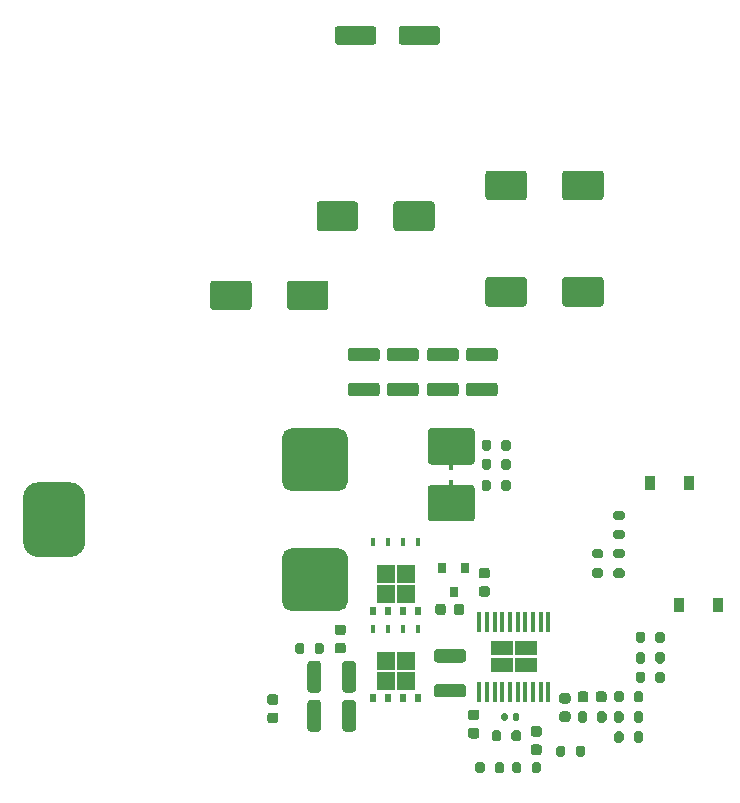
<source format=gbr>
%TF.GenerationSoftware,KiCad,Pcbnew,(5.1.7)-1*%
%TF.CreationDate,2021-06-07T20:06:36+03:00*%
%TF.ProjectId,SynchronousBuck,53796e63-6872-46f6-9e6f-75734275636b,rev?*%
%TF.SameCoordinates,Original*%
%TF.FileFunction,Paste,Top*%
%TF.FilePolarity,Positive*%
%FSLAX46Y46*%
G04 Gerber Fmt 4.6, Leading zero omitted, Abs format (unit mm)*
G04 Created by KiCad (PCBNEW (5.1.7)-1) date 2021-06-07 20:06:36*
%MOMM*%
%LPD*%
G01*
G04 APERTURE LIST*
%ADD10R,0.900000X1.200000*%
%ADD11R,1.875000X1.275000*%
%ADD12R,0.420000X1.780000*%
%ADD13R,0.500000X0.750000*%
%ADD14R,1.500000X1.500000*%
%ADD15R,0.400000X0.750000*%
%ADD16R,0.800000X0.900000*%
G04 APERTURE END LIST*
%TO.C,R120*%
G36*
G01*
X118475000Y-103575000D02*
X117925000Y-103575000D01*
G75*
G02*
X117725000Y-103375000I0J200000D01*
G01*
X117725000Y-102975000D01*
G75*
G02*
X117925000Y-102775000I200000J0D01*
G01*
X118475000Y-102775000D01*
G75*
G02*
X118675000Y-102975000I0J-200000D01*
G01*
X118675000Y-103375000D01*
G75*
G02*
X118475000Y-103575000I-200000J0D01*
G01*
G37*
G36*
G01*
X118475000Y-105225000D02*
X117925000Y-105225000D01*
G75*
G02*
X117725000Y-105025000I0J200000D01*
G01*
X117725000Y-104625000D01*
G75*
G02*
X117925000Y-104425000I200000J0D01*
G01*
X118475000Y-104425000D01*
G75*
G02*
X118675000Y-104625000I0J-200000D01*
G01*
X118675000Y-105025000D01*
G75*
G02*
X118475000Y-105225000I-200000J0D01*
G01*
G37*
%TD*%
D10*
%TO.C,D103*%
X125950000Y-97200000D03*
X122650000Y-97200000D03*
%TD*%
%TO.C,D102*%
X128350000Y-107500000D03*
X125050000Y-107500000D03*
%TD*%
%TO.C,C114*%
G36*
G01*
X97900000Y-73600000D02*
X97900000Y-75600000D01*
G75*
G02*
X97650000Y-75850000I-250000J0D01*
G01*
X94650000Y-75850000D01*
G75*
G02*
X94400000Y-75600000I0J250000D01*
G01*
X94400000Y-73600000D01*
G75*
G02*
X94650000Y-73350000I250000J0D01*
G01*
X97650000Y-73350000D01*
G75*
G02*
X97900000Y-73600000I0J-250000D01*
G01*
G37*
G36*
G01*
X104400000Y-73600000D02*
X104400000Y-75600000D01*
G75*
G02*
X104150000Y-75850000I-250000J0D01*
G01*
X101150000Y-75850000D01*
G75*
G02*
X100900000Y-75600000I0J250000D01*
G01*
X100900000Y-73600000D01*
G75*
G02*
X101150000Y-73350000I250000J0D01*
G01*
X104150000Y-73350000D01*
G75*
G02*
X104400000Y-73600000I0J-250000D01*
G01*
G37*
%TD*%
%TO.C,C113*%
G36*
G01*
X115200000Y-82000000D02*
X115200000Y-80000000D01*
G75*
G02*
X115450000Y-79750000I250000J0D01*
G01*
X118450000Y-79750000D01*
G75*
G02*
X118700000Y-80000000I0J-250000D01*
G01*
X118700000Y-82000000D01*
G75*
G02*
X118450000Y-82250000I-250000J0D01*
G01*
X115450000Y-82250000D01*
G75*
G02*
X115200000Y-82000000I0J250000D01*
G01*
G37*
G36*
G01*
X108700000Y-82000000D02*
X108700000Y-80000000D01*
G75*
G02*
X108950000Y-79750000I250000J0D01*
G01*
X111950000Y-79750000D01*
G75*
G02*
X112200000Y-80000000I0J-250000D01*
G01*
X112200000Y-82000000D01*
G75*
G02*
X111950000Y-82250000I-250000J0D01*
G01*
X108950000Y-82250000D01*
G75*
G02*
X108700000Y-82000000I0J250000D01*
G01*
G37*
%TD*%
%TO.C,C118*%
G36*
G01*
X88900000Y-80300000D02*
X88900000Y-82300000D01*
G75*
G02*
X88650000Y-82550000I-250000J0D01*
G01*
X85650000Y-82550000D01*
G75*
G02*
X85400000Y-82300000I0J250000D01*
G01*
X85400000Y-80300000D01*
G75*
G02*
X85650000Y-80050000I250000J0D01*
G01*
X88650000Y-80050000D01*
G75*
G02*
X88900000Y-80300000I0J-250000D01*
G01*
G37*
G36*
G01*
X95400000Y-80300000D02*
X95400000Y-82300000D01*
G75*
G02*
X95150000Y-82550000I-250000J0D01*
G01*
X92150000Y-82550000D01*
G75*
G02*
X91900000Y-82300000I0J250000D01*
G01*
X91900000Y-80300000D01*
G75*
G02*
X92150000Y-80050000I250000J0D01*
G01*
X95150000Y-80050000D01*
G75*
G02*
X95400000Y-80300000I0J-250000D01*
G01*
G37*
%TD*%
%TO.C,C112*%
G36*
G01*
X115200000Y-73000000D02*
X115200000Y-71000000D01*
G75*
G02*
X115450000Y-70750000I250000J0D01*
G01*
X118450000Y-70750000D01*
G75*
G02*
X118700000Y-71000000I0J-250000D01*
G01*
X118700000Y-73000000D01*
G75*
G02*
X118450000Y-73250000I-250000J0D01*
G01*
X115450000Y-73250000D01*
G75*
G02*
X115200000Y-73000000I0J250000D01*
G01*
G37*
G36*
G01*
X108700000Y-73000000D02*
X108700000Y-71000000D01*
G75*
G02*
X108950000Y-70750000I250000J0D01*
G01*
X111950000Y-70750000D01*
G75*
G02*
X112200000Y-71000000I0J-250000D01*
G01*
X112200000Y-73000000D01*
G75*
G02*
X111950000Y-73250000I-250000J0D01*
G01*
X108950000Y-73250000D01*
G75*
G02*
X108700000Y-73000000I0J250000D01*
G01*
G37*
%TD*%
%TO.C,C110*%
G36*
G01*
X99450000Y-58750000D02*
X99450000Y-59850000D01*
G75*
G02*
X99200000Y-60100000I-250000J0D01*
G01*
X96200000Y-60100000D01*
G75*
G02*
X95950000Y-59850000I0J250000D01*
G01*
X95950000Y-58750000D01*
G75*
G02*
X96200000Y-58500000I250000J0D01*
G01*
X99200000Y-58500000D01*
G75*
G02*
X99450000Y-58750000I0J-250000D01*
G01*
G37*
G36*
G01*
X104850000Y-58750000D02*
X104850000Y-59850000D01*
G75*
G02*
X104600000Y-60100000I-250000J0D01*
G01*
X101600000Y-60100000D01*
G75*
G02*
X101350000Y-59850000I0J250000D01*
G01*
X101350000Y-58750000D01*
G75*
G02*
X101600000Y-58500000I250000J0D01*
G01*
X104600000Y-58500000D01*
G75*
G02*
X104850000Y-58750000I0J-250000D01*
G01*
G37*
%TD*%
%TO.C,R123*%
G36*
G01*
X120275000Y-103575000D02*
X119725000Y-103575000D01*
G75*
G02*
X119525000Y-103375000I0J200000D01*
G01*
X119525000Y-102975000D01*
G75*
G02*
X119725000Y-102775000I200000J0D01*
G01*
X120275000Y-102775000D01*
G75*
G02*
X120475000Y-102975000I0J-200000D01*
G01*
X120475000Y-103375000D01*
G75*
G02*
X120275000Y-103575000I-200000J0D01*
G01*
G37*
G36*
G01*
X120275000Y-105225000D02*
X119725000Y-105225000D01*
G75*
G02*
X119525000Y-105025000I0J200000D01*
G01*
X119525000Y-104625000D01*
G75*
G02*
X119725000Y-104425000I200000J0D01*
G01*
X120275000Y-104425000D01*
G75*
G02*
X120475000Y-104625000I0J-200000D01*
G01*
X120475000Y-105025000D01*
G75*
G02*
X120275000Y-105225000I-200000J0D01*
G01*
G37*
%TD*%
%TO.C,C121*%
G36*
G01*
X106800450Y-112400000D02*
X104599550Y-112400000D01*
G75*
G02*
X104350000Y-112150450I0J249550D01*
G01*
X104350000Y-111499550D01*
G75*
G02*
X104599550Y-111250000I249550J0D01*
G01*
X106800450Y-111250000D01*
G75*
G02*
X107050000Y-111499550I0J-249550D01*
G01*
X107050000Y-112150450D01*
G75*
G02*
X106800450Y-112400000I-249550J0D01*
G01*
G37*
G36*
G01*
X106800001Y-115350000D02*
X104599999Y-115350000D01*
G75*
G02*
X104350000Y-115100001I0J249999D01*
G01*
X104350000Y-114449999D01*
G75*
G02*
X104599999Y-114200000I249999J0D01*
G01*
X106800001Y-114200000D01*
G75*
G02*
X107050000Y-114449999I0J-249999D01*
G01*
X107050000Y-115100001D01*
G75*
G02*
X106800001Y-115350000I-249999J0D01*
G01*
G37*
%TD*%
%TO.C,C120*%
G36*
G01*
X94775000Y-115799550D02*
X94775000Y-118000450D01*
G75*
G02*
X94525450Y-118250000I-249550J0D01*
G01*
X93874550Y-118250000D01*
G75*
G02*
X93625000Y-118000450I0J249550D01*
G01*
X93625000Y-115799550D01*
G75*
G02*
X93874550Y-115550000I249550J0D01*
G01*
X94525450Y-115550000D01*
G75*
G02*
X94775000Y-115799550I0J-249550D01*
G01*
G37*
G36*
G01*
X97725000Y-115799999D02*
X97725000Y-118000001D01*
G75*
G02*
X97475001Y-118250000I-249999J0D01*
G01*
X96824999Y-118250000D01*
G75*
G02*
X96575000Y-118000001I0J249999D01*
G01*
X96575000Y-115799999D01*
G75*
G02*
X96824999Y-115550000I249999J0D01*
G01*
X97475001Y-115550000D01*
G75*
G02*
X97725000Y-115799999I0J-249999D01*
G01*
G37*
%TD*%
%TO.C,C119*%
G36*
G01*
X90950000Y-115975000D02*
X90450000Y-115975000D01*
G75*
G02*
X90225000Y-115750000I0J225000D01*
G01*
X90225000Y-115300000D01*
G75*
G02*
X90450000Y-115075000I225000J0D01*
G01*
X90950000Y-115075000D01*
G75*
G02*
X91175000Y-115300000I0J-225000D01*
G01*
X91175000Y-115750000D01*
G75*
G02*
X90950000Y-115975000I-225000J0D01*
G01*
G37*
G36*
G01*
X90950000Y-117525000D02*
X90450000Y-117525000D01*
G75*
G02*
X90225000Y-117300000I0J225000D01*
G01*
X90225000Y-116850000D01*
G75*
G02*
X90450000Y-116625000I225000J0D01*
G01*
X90950000Y-116625000D01*
G75*
G02*
X91175000Y-116850000I0J-225000D01*
G01*
X91175000Y-117300000D01*
G75*
G02*
X90950000Y-117525000I-225000J0D01*
G01*
G37*
%TD*%
%TO.C,C115*%
G36*
G01*
X103999550Y-88700000D02*
X106200450Y-88700000D01*
G75*
G02*
X106450000Y-88949550I0J-249550D01*
G01*
X106450000Y-89600450D01*
G75*
G02*
X106200450Y-89850000I-249550J0D01*
G01*
X103999550Y-89850000D01*
G75*
G02*
X103750000Y-89600450I0J249550D01*
G01*
X103750000Y-88949550D01*
G75*
G02*
X103999550Y-88700000I249550J0D01*
G01*
G37*
G36*
G01*
X103999550Y-85750000D02*
X106200450Y-85750000D01*
G75*
G02*
X106450000Y-85999550I0J-249550D01*
G01*
X106450000Y-86650450D01*
G75*
G02*
X106200450Y-86900000I-249550J0D01*
G01*
X103999550Y-86900000D01*
G75*
G02*
X103750000Y-86650450I0J249550D01*
G01*
X103750000Y-85999550D01*
G75*
G02*
X103999550Y-85750000I249550J0D01*
G01*
G37*
%TD*%
%TO.C,L101*%
G36*
G01*
X96260500Y-108040000D02*
X92259500Y-108040000D01*
G75*
G02*
X91460000Y-107240500I0J799500D01*
G01*
X91460000Y-103509500D01*
G75*
G02*
X92259500Y-102710000I799500J0D01*
G01*
X96260500Y-102710000D01*
G75*
G02*
X97060000Y-103509500I0J-799500D01*
G01*
X97060000Y-107240500D01*
G75*
G02*
X96260500Y-108040000I-799500J0D01*
G01*
G37*
G36*
G01*
X96255500Y-97890000D02*
X92264500Y-97890000D01*
G75*
G02*
X91465000Y-97090500I0J799500D01*
G01*
X91465000Y-93359500D01*
G75*
G02*
X92264500Y-92560000I799500J0D01*
G01*
X96255500Y-92560000D01*
G75*
G02*
X97055000Y-93359500I0J-799500D01*
G01*
X97055000Y-97090500D01*
G75*
G02*
X96255500Y-97890000I-799500J0D01*
G01*
G37*
G36*
G01*
X73500000Y-103475000D02*
X70860000Y-103475000D01*
G75*
G02*
X69540000Y-102155000I0J1320000D01*
G01*
X69540000Y-98445000D01*
G75*
G02*
X70860000Y-97125000I1320000J0D01*
G01*
X73500000Y-97125000D01*
G75*
G02*
X74820000Y-98445000I0J-1320000D01*
G01*
X74820000Y-102155000D01*
G75*
G02*
X73500000Y-103475000I-1320000J0D01*
G01*
G37*
%TD*%
D11*
%TO.C,U101*%
X112112500Y-111187500D03*
X110087500Y-111187500D03*
X112112500Y-112612500D03*
X110087500Y-112612500D03*
D12*
X108175000Y-108930000D03*
X108825000Y-108930000D03*
X109475000Y-108930000D03*
X110125000Y-108930000D03*
X110775000Y-108930000D03*
X111425000Y-108930000D03*
X112075000Y-108930000D03*
X112725000Y-108930000D03*
X113375000Y-108930000D03*
X114025000Y-108930000D03*
X114025000Y-114870000D03*
X113375000Y-114870000D03*
X112725000Y-114870000D03*
X112075000Y-114870000D03*
X111425000Y-114870000D03*
X110775000Y-114870000D03*
X110125000Y-114870000D03*
X109475000Y-114870000D03*
X108825000Y-114870000D03*
X108175000Y-114870000D03*
%TD*%
%TO.C,C117*%
G36*
G01*
X107299550Y-88700000D02*
X109500450Y-88700000D01*
G75*
G02*
X109750000Y-88949550I0J-249550D01*
G01*
X109750000Y-89600450D01*
G75*
G02*
X109500450Y-89850000I-249550J0D01*
G01*
X107299550Y-89850000D01*
G75*
G02*
X107050000Y-89600450I0J249550D01*
G01*
X107050000Y-88949550D01*
G75*
G02*
X107299550Y-88700000I249550J0D01*
G01*
G37*
G36*
G01*
X107299999Y-85750000D02*
X109500001Y-85750000D01*
G75*
G02*
X109750000Y-85999999I0J-249999D01*
G01*
X109750000Y-86650001D01*
G75*
G02*
X109500001Y-86900000I-249999J0D01*
G01*
X107299999Y-86900000D01*
G75*
G02*
X107050000Y-86650001I0J249999D01*
G01*
X107050000Y-85999999D01*
G75*
G02*
X107299999Y-85750000I249999J0D01*
G01*
G37*
%TD*%
%TO.C,C116*%
G36*
G01*
X97299550Y-88700000D02*
X99500450Y-88700000D01*
G75*
G02*
X99750000Y-88949550I0J-249550D01*
G01*
X99750000Y-89600450D01*
G75*
G02*
X99500450Y-89850000I-249550J0D01*
G01*
X97299550Y-89850000D01*
G75*
G02*
X97050000Y-89600450I0J249550D01*
G01*
X97050000Y-88949550D01*
G75*
G02*
X97299550Y-88700000I249550J0D01*
G01*
G37*
G36*
G01*
X97299999Y-85750000D02*
X99500001Y-85750000D01*
G75*
G02*
X99750000Y-85999999I0J-249999D01*
G01*
X99750000Y-86650001D01*
G75*
G02*
X99500001Y-86900000I-249999J0D01*
G01*
X97299999Y-86900000D01*
G75*
G02*
X97050000Y-86650001I0J249999D01*
G01*
X97050000Y-85999999D01*
G75*
G02*
X97299999Y-85750000I249999J0D01*
G01*
G37*
%TD*%
%TO.C,R121*%
G36*
G01*
X120275000Y-100325000D02*
X119725000Y-100325000D01*
G75*
G02*
X119525000Y-100125000I0J200000D01*
G01*
X119525000Y-99725000D01*
G75*
G02*
X119725000Y-99525000I200000J0D01*
G01*
X120275000Y-99525000D01*
G75*
G02*
X120475000Y-99725000I0J-200000D01*
G01*
X120475000Y-100125000D01*
G75*
G02*
X120275000Y-100325000I-200000J0D01*
G01*
G37*
G36*
G01*
X120275000Y-101975000D02*
X119725000Y-101975000D01*
G75*
G02*
X119525000Y-101775000I0J200000D01*
G01*
X119525000Y-101375000D01*
G75*
G02*
X119725000Y-101175000I200000J0D01*
G01*
X120275000Y-101175000D01*
G75*
G02*
X120475000Y-101375000I0J-200000D01*
G01*
X120475000Y-101775000D01*
G75*
G02*
X120275000Y-101975000I-200000J0D01*
G01*
G37*
%TD*%
%TO.C,R119*%
G36*
G01*
X122225000Y-111725000D02*
X122225000Y-112275000D01*
G75*
G02*
X122025000Y-112475000I-200000J0D01*
G01*
X121625000Y-112475000D01*
G75*
G02*
X121425000Y-112275000I0J200000D01*
G01*
X121425000Y-111725000D01*
G75*
G02*
X121625000Y-111525000I200000J0D01*
G01*
X122025000Y-111525000D01*
G75*
G02*
X122225000Y-111725000I0J-200000D01*
G01*
G37*
G36*
G01*
X123875000Y-111725000D02*
X123875000Y-112275000D01*
G75*
G02*
X123675000Y-112475000I-200000J0D01*
G01*
X123275000Y-112475000D01*
G75*
G02*
X123075000Y-112275000I0J200000D01*
G01*
X123075000Y-111725000D01*
G75*
G02*
X123275000Y-111525000I200000J0D01*
G01*
X123675000Y-111525000D01*
G75*
G02*
X123875000Y-111725000I0J-200000D01*
G01*
G37*
%TD*%
%TO.C,R118*%
G36*
G01*
X123075000Y-110525000D02*
X123075000Y-109975000D01*
G75*
G02*
X123275000Y-109775000I200000J0D01*
G01*
X123675000Y-109775000D01*
G75*
G02*
X123875000Y-109975000I0J-200000D01*
G01*
X123875000Y-110525000D01*
G75*
G02*
X123675000Y-110725000I-200000J0D01*
G01*
X123275000Y-110725000D01*
G75*
G02*
X123075000Y-110525000I0J200000D01*
G01*
G37*
G36*
G01*
X121425000Y-110525000D02*
X121425000Y-109975000D01*
G75*
G02*
X121625000Y-109775000I200000J0D01*
G01*
X122025000Y-109775000D01*
G75*
G02*
X122225000Y-109975000I0J-200000D01*
G01*
X122225000Y-110525000D01*
G75*
G02*
X122025000Y-110725000I-200000J0D01*
G01*
X121625000Y-110725000D01*
G75*
G02*
X121425000Y-110525000I0J200000D01*
G01*
G37*
%TD*%
%TO.C,R117*%
G36*
G01*
X122225000Y-113375000D02*
X122225000Y-113925000D01*
G75*
G02*
X122025000Y-114125000I-200000J0D01*
G01*
X121625000Y-114125000D01*
G75*
G02*
X121425000Y-113925000I0J200000D01*
G01*
X121425000Y-113375000D01*
G75*
G02*
X121625000Y-113175000I200000J0D01*
G01*
X122025000Y-113175000D01*
G75*
G02*
X122225000Y-113375000I0J-200000D01*
G01*
G37*
G36*
G01*
X123875000Y-113375000D02*
X123875000Y-113925000D01*
G75*
G02*
X123675000Y-114125000I-200000J0D01*
G01*
X123275000Y-114125000D01*
G75*
G02*
X123075000Y-113925000I0J200000D01*
G01*
X123075000Y-113375000D01*
G75*
G02*
X123275000Y-113175000I200000J0D01*
G01*
X123675000Y-113175000D01*
G75*
G02*
X123875000Y-113375000I0J-200000D01*
G01*
G37*
%TD*%
%TO.C,R105*%
G36*
G01*
X107490000Y-100450000D02*
X104110000Y-100450000D01*
G75*
G02*
X103800000Y-100140000I0J310000D01*
G01*
X103800000Y-97660000D01*
G75*
G02*
X104110000Y-97350000I310000J0D01*
G01*
X107490000Y-97350000D01*
G75*
G02*
X107800000Y-97660000I0J-310000D01*
G01*
X107800000Y-100140000D01*
G75*
G02*
X107490000Y-100450000I-310000J0D01*
G01*
G37*
G36*
G01*
X107490000Y-95650000D02*
X104110000Y-95650000D01*
G75*
G02*
X103800000Y-95340000I0J310000D01*
G01*
X103800000Y-92860000D01*
G75*
G02*
X104110000Y-92550000I310000J0D01*
G01*
X107490000Y-92550000D01*
G75*
G02*
X107800000Y-92860000I0J-310000D01*
G01*
X107800000Y-95340000D01*
G75*
G02*
X107490000Y-95650000I-310000J0D01*
G01*
G37*
G36*
G01*
X105920000Y-96100000D02*
X105680000Y-96100000D01*
G75*
G02*
X105650000Y-96070000I0J30000D01*
G01*
X105650000Y-95530000D01*
G75*
G02*
X105680000Y-95500000I30000J0D01*
G01*
X105920000Y-95500000D01*
G75*
G02*
X105950000Y-95530000I0J-30000D01*
G01*
X105950000Y-96070000D01*
G75*
G02*
X105920000Y-96100000I-30000J0D01*
G01*
G37*
G36*
G01*
X105920000Y-97500000D02*
X105680000Y-97500000D01*
G75*
G02*
X105650000Y-97470000I0J30000D01*
G01*
X105650000Y-96930000D01*
G75*
G02*
X105680000Y-96900000I30000J0D01*
G01*
X105920000Y-96900000D01*
G75*
G02*
X105950000Y-96930000I0J-30000D01*
G01*
X105950000Y-97470000D01*
G75*
G02*
X105920000Y-97500000I-30000J0D01*
G01*
G37*
%TD*%
%TO.C,C102*%
G36*
G01*
X111000000Y-117170000D02*
X111000000Y-116830000D01*
G75*
G02*
X111140000Y-116690000I140000J0D01*
G01*
X111420000Y-116690000D01*
G75*
G02*
X111560000Y-116830000I0J-140000D01*
G01*
X111560000Y-117170000D01*
G75*
G02*
X111420000Y-117310000I-140000J0D01*
G01*
X111140000Y-117310000D01*
G75*
G02*
X111000000Y-117170000I0J140000D01*
G01*
G37*
G36*
G01*
X110040000Y-117170000D02*
X110040000Y-116830000D01*
G75*
G02*
X110180000Y-116690000I140000J0D01*
G01*
X110460000Y-116690000D01*
G75*
G02*
X110600000Y-116830000I0J-140000D01*
G01*
X110600000Y-117170000D01*
G75*
G02*
X110460000Y-117310000I-140000J0D01*
G01*
X110180000Y-117310000D01*
G75*
G02*
X110040000Y-117170000I0J140000D01*
G01*
G37*
%TD*%
%TO.C,C108*%
G36*
G01*
X96150000Y-110725000D02*
X96650000Y-110725000D01*
G75*
G02*
X96875000Y-110950000I0J-225000D01*
G01*
X96875000Y-111400000D01*
G75*
G02*
X96650000Y-111625000I-225000J0D01*
G01*
X96150000Y-111625000D01*
G75*
G02*
X95925000Y-111400000I0J225000D01*
G01*
X95925000Y-110950000D01*
G75*
G02*
X96150000Y-110725000I225000J0D01*
G01*
G37*
G36*
G01*
X96150000Y-109175000D02*
X96650000Y-109175000D01*
G75*
G02*
X96875000Y-109400000I0J-225000D01*
G01*
X96875000Y-109850000D01*
G75*
G02*
X96650000Y-110075000I-225000J0D01*
G01*
X96150000Y-110075000D01*
G75*
G02*
X95925000Y-109850000I0J225000D01*
G01*
X95925000Y-109400000D01*
G75*
G02*
X96150000Y-109175000I225000J0D01*
G01*
G37*
%TD*%
%TO.C,C107*%
G36*
G01*
X108850000Y-105275000D02*
X108350000Y-105275000D01*
G75*
G02*
X108125000Y-105050000I0J225000D01*
G01*
X108125000Y-104600000D01*
G75*
G02*
X108350000Y-104375000I225000J0D01*
G01*
X108850000Y-104375000D01*
G75*
G02*
X109075000Y-104600000I0J-225000D01*
G01*
X109075000Y-105050000D01*
G75*
G02*
X108850000Y-105275000I-225000J0D01*
G01*
G37*
G36*
G01*
X108850000Y-106825000D02*
X108350000Y-106825000D01*
G75*
G02*
X108125000Y-106600000I0J225000D01*
G01*
X108125000Y-106150000D01*
G75*
G02*
X108350000Y-105925000I225000J0D01*
G01*
X108850000Y-105925000D01*
G75*
G02*
X109075000Y-106150000I0J-225000D01*
G01*
X109075000Y-106600000D01*
G75*
G02*
X108850000Y-106825000I-225000J0D01*
G01*
G37*
%TD*%
%TO.C,C106*%
G36*
G01*
X117400000Y-115050000D02*
X117400000Y-115550000D01*
G75*
G02*
X117175000Y-115775000I-225000J0D01*
G01*
X116725000Y-115775000D01*
G75*
G02*
X116500000Y-115550000I0J225000D01*
G01*
X116500000Y-115050000D01*
G75*
G02*
X116725000Y-114825000I225000J0D01*
G01*
X117175000Y-114825000D01*
G75*
G02*
X117400000Y-115050000I0J-225000D01*
G01*
G37*
G36*
G01*
X118950000Y-115050000D02*
X118950000Y-115550000D01*
G75*
G02*
X118725000Y-115775000I-225000J0D01*
G01*
X118275000Y-115775000D01*
G75*
G02*
X118050000Y-115550000I0J225000D01*
G01*
X118050000Y-115050000D01*
G75*
G02*
X118275000Y-114825000I225000J0D01*
G01*
X118725000Y-114825000D01*
G75*
G02*
X118950000Y-115050000I0J-225000D01*
G01*
G37*
%TD*%
%TO.C,C105*%
G36*
G01*
X105350000Y-107650000D02*
X105350000Y-108150000D01*
G75*
G02*
X105125000Y-108375000I-225000J0D01*
G01*
X104675000Y-108375000D01*
G75*
G02*
X104450000Y-108150000I0J225000D01*
G01*
X104450000Y-107650000D01*
G75*
G02*
X104675000Y-107425000I225000J0D01*
G01*
X105125000Y-107425000D01*
G75*
G02*
X105350000Y-107650000I0J-225000D01*
G01*
G37*
G36*
G01*
X106900000Y-107650000D02*
X106900000Y-108150000D01*
G75*
G02*
X106675000Y-108375000I-225000J0D01*
G01*
X106225000Y-108375000D01*
G75*
G02*
X106000000Y-108150000I0J225000D01*
G01*
X106000000Y-107650000D01*
G75*
G02*
X106225000Y-107425000I225000J0D01*
G01*
X106675000Y-107425000D01*
G75*
G02*
X106900000Y-107650000I0J-225000D01*
G01*
G37*
%TD*%
%TO.C,C104*%
G36*
G01*
X115675000Y-115875000D02*
X115175000Y-115875000D01*
G75*
G02*
X114950000Y-115650000I0J225000D01*
G01*
X114950000Y-115200000D01*
G75*
G02*
X115175000Y-114975000I225000J0D01*
G01*
X115675000Y-114975000D01*
G75*
G02*
X115900000Y-115200000I0J-225000D01*
G01*
X115900000Y-115650000D01*
G75*
G02*
X115675000Y-115875000I-225000J0D01*
G01*
G37*
G36*
G01*
X115675000Y-117425000D02*
X115175000Y-117425000D01*
G75*
G02*
X114950000Y-117200000I0J225000D01*
G01*
X114950000Y-116750000D01*
G75*
G02*
X115175000Y-116525000I225000J0D01*
G01*
X115675000Y-116525000D01*
G75*
G02*
X115900000Y-116750000I0J-225000D01*
G01*
X115900000Y-117200000D01*
G75*
G02*
X115675000Y-117425000I-225000J0D01*
G01*
G37*
%TD*%
%TO.C,C103*%
G36*
G01*
X112750000Y-119325000D02*
X113250000Y-119325000D01*
G75*
G02*
X113475000Y-119550000I0J-225000D01*
G01*
X113475000Y-120000000D01*
G75*
G02*
X113250000Y-120225000I-225000J0D01*
G01*
X112750000Y-120225000D01*
G75*
G02*
X112525000Y-120000000I0J225000D01*
G01*
X112525000Y-119550000D01*
G75*
G02*
X112750000Y-119325000I225000J0D01*
G01*
G37*
G36*
G01*
X112750000Y-117775000D02*
X113250000Y-117775000D01*
G75*
G02*
X113475000Y-118000000I0J-225000D01*
G01*
X113475000Y-118450000D01*
G75*
G02*
X113250000Y-118675000I-225000J0D01*
G01*
X112750000Y-118675000D01*
G75*
G02*
X112525000Y-118450000I0J225000D01*
G01*
X112525000Y-118000000D01*
G75*
G02*
X112750000Y-117775000I225000J0D01*
G01*
G37*
%TD*%
%TO.C,R116*%
G36*
G01*
X120400000Y-116725000D02*
X120400000Y-117275000D01*
G75*
G02*
X120200000Y-117475000I-200000J0D01*
G01*
X119800000Y-117475000D01*
G75*
G02*
X119600000Y-117275000I0J200000D01*
G01*
X119600000Y-116725000D01*
G75*
G02*
X119800000Y-116525000I200000J0D01*
G01*
X120200000Y-116525000D01*
G75*
G02*
X120400000Y-116725000I0J-200000D01*
G01*
G37*
G36*
G01*
X122050000Y-116725000D02*
X122050000Y-117275000D01*
G75*
G02*
X121850000Y-117475000I-200000J0D01*
G01*
X121450000Y-117475000D01*
G75*
G02*
X121250000Y-117275000I0J200000D01*
G01*
X121250000Y-116725000D01*
G75*
G02*
X121450000Y-116525000I200000J0D01*
G01*
X121850000Y-116525000D01*
G75*
G02*
X122050000Y-116725000I0J-200000D01*
G01*
G37*
%TD*%
%TO.C,R115*%
G36*
G01*
X120400000Y-118425000D02*
X120400000Y-118975000D01*
G75*
G02*
X120200000Y-119175000I-200000J0D01*
G01*
X119800000Y-119175000D01*
G75*
G02*
X119600000Y-118975000I0J200000D01*
G01*
X119600000Y-118425000D01*
G75*
G02*
X119800000Y-118225000I200000J0D01*
G01*
X120200000Y-118225000D01*
G75*
G02*
X120400000Y-118425000I0J-200000D01*
G01*
G37*
G36*
G01*
X122050000Y-118425000D02*
X122050000Y-118975000D01*
G75*
G02*
X121850000Y-119175000I-200000J0D01*
G01*
X121450000Y-119175000D01*
G75*
G02*
X121250000Y-118975000I0J200000D01*
G01*
X121250000Y-118425000D01*
G75*
G02*
X121450000Y-118225000I200000J0D01*
G01*
X121850000Y-118225000D01*
G75*
G02*
X122050000Y-118425000I0J-200000D01*
G01*
G37*
%TD*%
%TO.C,R114*%
G36*
G01*
X110025000Y-94275000D02*
X110025000Y-93725000D01*
G75*
G02*
X110225000Y-93525000I200000J0D01*
G01*
X110625000Y-93525000D01*
G75*
G02*
X110825000Y-93725000I0J-200000D01*
G01*
X110825000Y-94275000D01*
G75*
G02*
X110625000Y-94475000I-200000J0D01*
G01*
X110225000Y-94475000D01*
G75*
G02*
X110025000Y-94275000I0J200000D01*
G01*
G37*
G36*
G01*
X108375000Y-94275000D02*
X108375000Y-93725000D01*
G75*
G02*
X108575000Y-93525000I200000J0D01*
G01*
X108975000Y-93525000D01*
G75*
G02*
X109175000Y-93725000I0J-200000D01*
G01*
X109175000Y-94275000D01*
G75*
G02*
X108975000Y-94475000I-200000J0D01*
G01*
X108575000Y-94475000D01*
G75*
G02*
X108375000Y-94275000I0J200000D01*
G01*
G37*
%TD*%
%TO.C,R113*%
G36*
G01*
X110025000Y-95875000D02*
X110025000Y-95325000D01*
G75*
G02*
X110225000Y-95125000I200000J0D01*
G01*
X110625000Y-95125000D01*
G75*
G02*
X110825000Y-95325000I0J-200000D01*
G01*
X110825000Y-95875000D01*
G75*
G02*
X110625000Y-96075000I-200000J0D01*
G01*
X110225000Y-96075000D01*
G75*
G02*
X110025000Y-95875000I0J200000D01*
G01*
G37*
G36*
G01*
X108375000Y-95875000D02*
X108375000Y-95325000D01*
G75*
G02*
X108575000Y-95125000I200000J0D01*
G01*
X108975000Y-95125000D01*
G75*
G02*
X109175000Y-95325000I0J-200000D01*
G01*
X109175000Y-95875000D01*
G75*
G02*
X108975000Y-96075000I-200000J0D01*
G01*
X108575000Y-96075000D01*
G75*
G02*
X108375000Y-95875000I0J200000D01*
G01*
G37*
%TD*%
%TO.C,R112*%
G36*
G01*
X110025000Y-97675000D02*
X110025000Y-97125000D01*
G75*
G02*
X110225000Y-96925000I200000J0D01*
G01*
X110625000Y-96925000D01*
G75*
G02*
X110825000Y-97125000I0J-200000D01*
G01*
X110825000Y-97675000D01*
G75*
G02*
X110625000Y-97875000I-200000J0D01*
G01*
X110225000Y-97875000D01*
G75*
G02*
X110025000Y-97675000I0J200000D01*
G01*
G37*
G36*
G01*
X108375000Y-97675000D02*
X108375000Y-97125000D01*
G75*
G02*
X108575000Y-96925000I200000J0D01*
G01*
X108975000Y-96925000D01*
G75*
G02*
X109175000Y-97125000I0J-200000D01*
G01*
X109175000Y-97675000D01*
G75*
G02*
X108975000Y-97875000I-200000J0D01*
G01*
X108575000Y-97875000D01*
G75*
G02*
X108375000Y-97675000I0J200000D01*
G01*
G37*
%TD*%
%TO.C,R111*%
G36*
G01*
X111750000Y-121025000D02*
X111750000Y-121575000D01*
G75*
G02*
X111550000Y-121775000I-200000J0D01*
G01*
X111150000Y-121775000D01*
G75*
G02*
X110950000Y-121575000I0J200000D01*
G01*
X110950000Y-121025000D01*
G75*
G02*
X111150000Y-120825000I200000J0D01*
G01*
X111550000Y-120825000D01*
G75*
G02*
X111750000Y-121025000I0J-200000D01*
G01*
G37*
G36*
G01*
X113400000Y-121025000D02*
X113400000Y-121575000D01*
G75*
G02*
X113200000Y-121775000I-200000J0D01*
G01*
X112800000Y-121775000D01*
G75*
G02*
X112600000Y-121575000I0J200000D01*
G01*
X112600000Y-121025000D01*
G75*
G02*
X112800000Y-120825000I200000J0D01*
G01*
X113200000Y-120825000D01*
G75*
G02*
X113400000Y-121025000I0J-200000D01*
G01*
G37*
%TD*%
D13*
%TO.C,Q102*%
X99195000Y-108005000D03*
X100465000Y-108005000D03*
X101735000Y-108005000D03*
X103005000Y-108005000D03*
D14*
X100250000Y-104900000D03*
X101950000Y-104900000D03*
X100250000Y-106600000D03*
X101950000Y-106600000D03*
D15*
X99195000Y-102200000D03*
X100465000Y-102200000D03*
X101735000Y-102200000D03*
X103005000Y-102200000D03*
%TD*%
%TO.C,R108*%
G36*
G01*
X115475000Y-119625000D02*
X115475000Y-120175000D01*
G75*
G02*
X115275000Y-120375000I-200000J0D01*
G01*
X114875000Y-120375000D01*
G75*
G02*
X114675000Y-120175000I0J200000D01*
G01*
X114675000Y-119625000D01*
G75*
G02*
X114875000Y-119425000I200000J0D01*
G01*
X115275000Y-119425000D01*
G75*
G02*
X115475000Y-119625000I0J-200000D01*
G01*
G37*
G36*
G01*
X117125000Y-119625000D02*
X117125000Y-120175000D01*
G75*
G02*
X116925000Y-120375000I-200000J0D01*
G01*
X116525000Y-120375000D01*
G75*
G02*
X116325000Y-120175000I0J200000D01*
G01*
X116325000Y-119625000D01*
G75*
G02*
X116525000Y-119425000I200000J0D01*
G01*
X116925000Y-119425000D01*
G75*
G02*
X117125000Y-119625000I0J-200000D01*
G01*
G37*
%TD*%
%TO.C,R107*%
G36*
G01*
X121250000Y-115575000D02*
X121250000Y-115025000D01*
G75*
G02*
X121450000Y-114825000I200000J0D01*
G01*
X121850000Y-114825000D01*
G75*
G02*
X122050000Y-115025000I0J-200000D01*
G01*
X122050000Y-115575000D01*
G75*
G02*
X121850000Y-115775000I-200000J0D01*
G01*
X121450000Y-115775000D01*
G75*
G02*
X121250000Y-115575000I0J200000D01*
G01*
G37*
G36*
G01*
X119600000Y-115575000D02*
X119600000Y-115025000D01*
G75*
G02*
X119800000Y-114825000I200000J0D01*
G01*
X120200000Y-114825000D01*
G75*
G02*
X120400000Y-115025000I0J-200000D01*
G01*
X120400000Y-115575000D01*
G75*
G02*
X120200000Y-115775000I-200000J0D01*
G01*
X119800000Y-115775000D01*
G75*
G02*
X119600000Y-115575000I0J200000D01*
G01*
G37*
%TD*%
%TO.C,R106*%
G36*
G01*
X93375000Y-110925000D02*
X93375000Y-111475000D01*
G75*
G02*
X93175000Y-111675000I-200000J0D01*
G01*
X92775000Y-111675000D01*
G75*
G02*
X92575000Y-111475000I0J200000D01*
G01*
X92575000Y-110925000D01*
G75*
G02*
X92775000Y-110725000I200000J0D01*
G01*
X93175000Y-110725000D01*
G75*
G02*
X93375000Y-110925000I0J-200000D01*
G01*
G37*
G36*
G01*
X95025000Y-110925000D02*
X95025000Y-111475000D01*
G75*
G02*
X94825000Y-111675000I-200000J0D01*
G01*
X94425000Y-111675000D01*
G75*
G02*
X94225000Y-111475000I0J200000D01*
G01*
X94225000Y-110925000D01*
G75*
G02*
X94425000Y-110725000I200000J0D01*
G01*
X94825000Y-110725000D01*
G75*
G02*
X95025000Y-110925000I0J-200000D01*
G01*
G37*
%TD*%
%TO.C,R104*%
G36*
G01*
X117300000Y-116725000D02*
X117300000Y-117275000D01*
G75*
G02*
X117100000Y-117475000I-200000J0D01*
G01*
X116700000Y-117475000D01*
G75*
G02*
X116500000Y-117275000I0J200000D01*
G01*
X116500000Y-116725000D01*
G75*
G02*
X116700000Y-116525000I200000J0D01*
G01*
X117100000Y-116525000D01*
G75*
G02*
X117300000Y-116725000I0J-200000D01*
G01*
G37*
G36*
G01*
X118950000Y-116725000D02*
X118950000Y-117275000D01*
G75*
G02*
X118750000Y-117475000I-200000J0D01*
G01*
X118350000Y-117475000D01*
G75*
G02*
X118150000Y-117275000I0J200000D01*
G01*
X118150000Y-116725000D01*
G75*
G02*
X118350000Y-116525000I200000J0D01*
G01*
X118750000Y-116525000D01*
G75*
G02*
X118950000Y-116725000I0J-200000D01*
G01*
G37*
%TD*%
%TO.C,R103*%
G36*
G01*
X110900000Y-118875000D02*
X110900000Y-118325000D01*
G75*
G02*
X111100000Y-118125000I200000J0D01*
G01*
X111500000Y-118125000D01*
G75*
G02*
X111700000Y-118325000I0J-200000D01*
G01*
X111700000Y-118875000D01*
G75*
G02*
X111500000Y-119075000I-200000J0D01*
G01*
X111100000Y-119075000D01*
G75*
G02*
X110900000Y-118875000I0J200000D01*
G01*
G37*
G36*
G01*
X109250000Y-118875000D02*
X109250000Y-118325000D01*
G75*
G02*
X109450000Y-118125000I200000J0D01*
G01*
X109850000Y-118125000D01*
G75*
G02*
X110050000Y-118325000I0J-200000D01*
G01*
X110050000Y-118875000D01*
G75*
G02*
X109850000Y-119075000I-200000J0D01*
G01*
X109450000Y-119075000D01*
G75*
G02*
X109250000Y-118875000I0J200000D01*
G01*
G37*
%TD*%
%TO.C,R101*%
G36*
G01*
X108650000Y-121025000D02*
X108650000Y-121575000D01*
G75*
G02*
X108450000Y-121775000I-200000J0D01*
G01*
X108050000Y-121775000D01*
G75*
G02*
X107850000Y-121575000I0J200000D01*
G01*
X107850000Y-121025000D01*
G75*
G02*
X108050000Y-120825000I200000J0D01*
G01*
X108450000Y-120825000D01*
G75*
G02*
X108650000Y-121025000I0J-200000D01*
G01*
G37*
G36*
G01*
X110300000Y-121025000D02*
X110300000Y-121575000D01*
G75*
G02*
X110100000Y-121775000I-200000J0D01*
G01*
X109700000Y-121775000D01*
G75*
G02*
X109500000Y-121575000I0J200000D01*
G01*
X109500000Y-121025000D01*
G75*
G02*
X109700000Y-120825000I200000J0D01*
G01*
X110100000Y-120825000D01*
G75*
G02*
X110300000Y-121025000I0J-200000D01*
G01*
G37*
%TD*%
D13*
%TO.C,Q101*%
X99195000Y-115355000D03*
X100465000Y-115355000D03*
X101735000Y-115355000D03*
X103005000Y-115355000D03*
D14*
X100250000Y-112250000D03*
X101950000Y-112250000D03*
X100250000Y-113950000D03*
X101950000Y-113950000D03*
D15*
X99195000Y-109550000D03*
X100465000Y-109550000D03*
X101735000Y-109550000D03*
X103005000Y-109550000D03*
%TD*%
D16*
%TO.C,D101*%
X106000000Y-106400000D03*
X105050000Y-104400000D03*
X106950000Y-104400000D03*
%TD*%
%TO.C,C111*%
G36*
G01*
X94775000Y-112499550D02*
X94775000Y-114700450D01*
G75*
G02*
X94525450Y-114950000I-249550J0D01*
G01*
X93874550Y-114950000D01*
G75*
G02*
X93625000Y-114700450I0J249550D01*
G01*
X93625000Y-112499550D01*
G75*
G02*
X93874550Y-112250000I249550J0D01*
G01*
X94525450Y-112250000D01*
G75*
G02*
X94775000Y-112499550I0J-249550D01*
G01*
G37*
G36*
G01*
X97725000Y-112499999D02*
X97725000Y-114700001D01*
G75*
G02*
X97475001Y-114950000I-249999J0D01*
G01*
X96824999Y-114950000D01*
G75*
G02*
X96575000Y-114700001I0J249999D01*
G01*
X96575000Y-112499999D01*
G75*
G02*
X96824999Y-112250000I249999J0D01*
G01*
X97475001Y-112250000D01*
G75*
G02*
X97725000Y-112499999I0J-249999D01*
G01*
G37*
%TD*%
%TO.C,C109*%
G36*
G01*
X100599550Y-88700000D02*
X102800450Y-88700000D01*
G75*
G02*
X103050000Y-88949550I0J-249550D01*
G01*
X103050000Y-89600450D01*
G75*
G02*
X102800450Y-89850000I-249550J0D01*
G01*
X100599550Y-89850000D01*
G75*
G02*
X100350000Y-89600450I0J249550D01*
G01*
X100350000Y-88949550D01*
G75*
G02*
X100599550Y-88700000I249550J0D01*
G01*
G37*
G36*
G01*
X100599550Y-85750000D02*
X102800450Y-85750000D01*
G75*
G02*
X103050000Y-85999550I0J-249550D01*
G01*
X103050000Y-86650450D01*
G75*
G02*
X102800450Y-86900000I-249550J0D01*
G01*
X100599550Y-86900000D01*
G75*
G02*
X100350000Y-86650450I0J249550D01*
G01*
X100350000Y-85999550D01*
G75*
G02*
X100599550Y-85750000I249550J0D01*
G01*
G37*
%TD*%
%TO.C,C101*%
G36*
G01*
X107450000Y-117925000D02*
X107950000Y-117925000D01*
G75*
G02*
X108175000Y-118150000I0J-225000D01*
G01*
X108175000Y-118600000D01*
G75*
G02*
X107950000Y-118825000I-225000J0D01*
G01*
X107450000Y-118825000D01*
G75*
G02*
X107225000Y-118600000I0J225000D01*
G01*
X107225000Y-118150000D01*
G75*
G02*
X107450000Y-117925000I225000J0D01*
G01*
G37*
G36*
G01*
X107450000Y-116375000D02*
X107950000Y-116375000D01*
G75*
G02*
X108175000Y-116600000I0J-225000D01*
G01*
X108175000Y-117050000D01*
G75*
G02*
X107950000Y-117275000I-225000J0D01*
G01*
X107450000Y-117275000D01*
G75*
G02*
X107225000Y-117050000I0J225000D01*
G01*
X107225000Y-116600000D01*
G75*
G02*
X107450000Y-116375000I225000J0D01*
G01*
G37*
%TD*%
M02*

</source>
